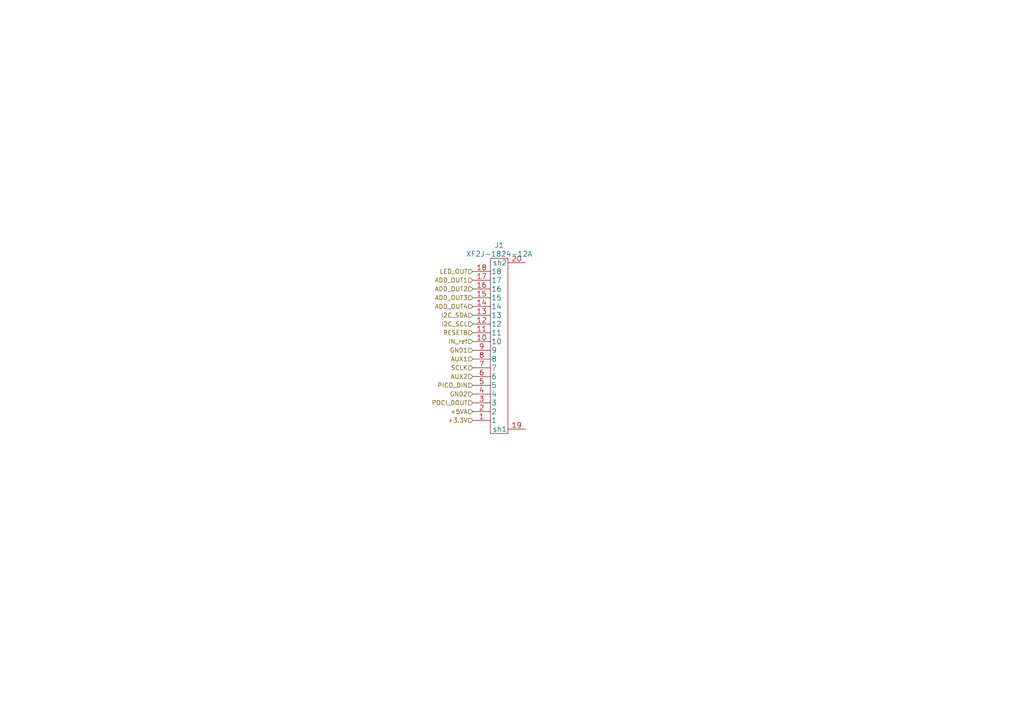
<source format=kicad_sch>
(kicad_sch (version 20231120) (generator "eeschema") (generator_version "8.0")
  (paper "A4")
  (lib_symbols
    (symbol "00_custom:XF2J-1824-12A" (pin_names (offset 0.254))
      (property "Reference" "J" (at 11.43 -24.13 0))
      (property "Value" "XF2J-1824-12A" (at 20.32 -26.67 0))
      (symbol "XF2J-1824-12A_0_1"
        (rectangle (start 5.08 3.81) (end 10.16 -46.99))
      )
      (symbol "XF2J-1824-12A_1_1"
        (pin unspecified line (at 0 0 0) (length 5.08) (name "1") (number "1"))
        (pin unspecified line (at 0 -22.86 0) (length 5.08) (name "10") (number "10"))
        (pin unspecified line (at 0 -25.4 0) (length 5.08) (name "11") (number "11"))
        (pin unspecified line (at 0 -27.94 0) (length 5.08) (name "12") (number "12"))
        (pin unspecified line (at 0 -30.48 0) (length 5.08) (name "13") (number "13"))
        (pin unspecified line (at 0 -33.02 0) (length 5.08) (name "14") (number "14"))
        (pin unspecified line (at 0 -35.56 0) (length 5.08) (name "15") (number "15"))
        (pin unspecified line (at 0 -38.1 0) (length 5.08) (name "16") (number "16"))
        (pin unspecified line (at 0 -40.64 0) (length 5.08) (name "17") (number "17"))
        (pin unspecified line (at 0 -43.18 0) (length 5.08) (name "18") (number "18"))
        (pin unspecified line (at 15.24 2.54 180) (length 5.08) (name "sh1") (number "19"))
        (pin unspecified line (at 0 -2.54 0) (length 5.08) (name "2") (number "2"))
        (pin unspecified line (at 15.24 -45.72 180) (length 5.08) (name "sh2") (number "20"))
        (pin unspecified line (at 0 -5.08 0) (length 5.08) (name "3") (number "3"))
        (pin unspecified line (at 0 -7.62 0) (length 5.08) (name "4") (number "4"))
        (pin unspecified line (at 0 -10.16 0) (length 5.08) (name "5") (number "5"))
        (pin unspecified line (at 0 -12.7 0) (length 5.08) (name "6") (number "6"))
        (pin unspecified line (at 0 -15.24 0) (length 5.08) (name "7") (number "7"))
        (pin unspecified line (at 0 -17.78 0) (length 5.08) (name "8") (number "8"))
        (pin unspecified line (at 0 -20.32 0) (length 5.08) (name "9") (number "9"))
      )
    )
  )
  (hierarchical_label "ADD_OUT4" (shape input) (at 137.16 88.9 180))
  (hierarchical_label "LED_OUT" (shape input) (at 137.16 78.74 180))
  (hierarchical_label "+3.3V" (shape input) (at 137.16 121.92 180))
  (hierarchical_label "GND1" (shape input) (at 137.16 101.6 180))
  (hierarchical_label "IN_ref" (shape input) (at 137.16 99.06 180))
  (hierarchical_label "RESETB" (shape input) (at 137.16 96.52 180))
  (hierarchical_label "POCI_DOUT" (shape input) (at 137.16 116.84 180))
  (hierarchical_label "PICO_DIN" (shape input) (at 137.16 111.76 180))
  (hierarchical_label "GND2" (shape input) (at 137.16 114.3 180))
  (hierarchical_label "SCLK" (shape input) (at 137.16 106.68 180))
  (hierarchical_label "+5VA" (shape input) (at 137.16 119.38 180))
  (hierarchical_label "ADD_OUT3" (shape input) (at 137.16 86.36 180))
  (hierarchical_label "AUX2" (shape input) (at 137.16 109.22 180))
  (hierarchical_label "ADD_OUT2" (shape input) (at 137.16 83.82 180))
  (hierarchical_label "AUX1" (shape input) (at 137.16 104.14 180))
  (hierarchical_label "ADD_OUT1" (shape input) (at 137.16 81.28 180))
  (hierarchical_label "I2C_SCL" (shape input) (at 137.16 93.98 180))
  (hierarchical_label "I2C_SDA" (shape input) (at 137.16 91.44 180))
  (symbol (lib_id "00_custom:XF2J-1824-12A") (at 137.16 121.92 0) (mirror x) (unit 1)
    (property "Reference" "J1" (at 144.78 71.12 0) (effects (font (size 1.524 1.524))))
    (property "Value" "XF2J-1824-12A" (at 144.78 73.66 0) (effects (font (size 1.524 1.524))))
    (property "Footprint" "00_custom-footprints:XF2J-1824-12A" (effects (hide yes)))
  )
)
</source>
